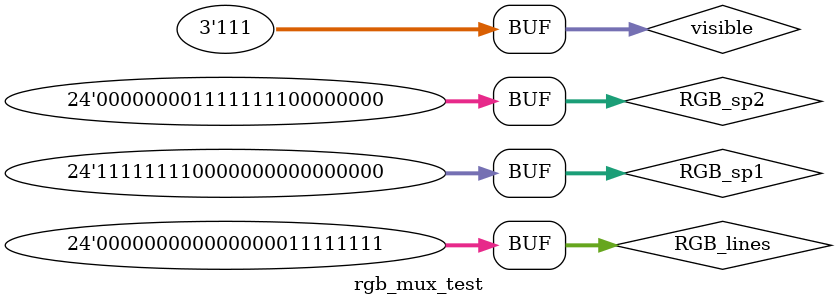
<source format=sv>
module rgb_mux_test;

logic [2:0] visible;
logic [23:0] RGB_sp1, RGB_sp2, RGB_lines;
logic [23:0] RGB;

assign RGB_sp1 = 24'hff0000;
assign RGB_sp2 = 24'h00ff00;
assign RGB_lines = 24'h0000ff;

rgb_mux DUT(visible, RGB_sp1, RGB_sp2, RGB_lines, RGB);

always
begin
	#10 visible = 3'b000;
	#1 $display("visible = %b, RGB_sp1 = %h, RGB_sp2 = %h, RGB_lines = %h, RGB = %h", visible, RGB_sp1, RGB_sp2, RGB_lines, RGB);
	#10 visible = 3'b001;
	#1 $display("visible = %b, RGB_sp1 = %h, RGB_sp2 = %h, RGB_lines = %h, RGB = %h", visible, RGB_sp1, RGB_sp2, RGB_lines, RGB);
	#10 visible = 3'b010;
	#1 $display("visible = %b, RGB_sp1 = %h, RGB_sp2 = %h, RGB_lines = %h, RGB = %h", visible, RGB_sp1, RGB_sp2, RGB_lines, RGB);
	#10 visible = 3'b011;
	#1 $display("visible = %b, RGB_sp1 = %h, RGB_sp2 = %h, RGB_lines = %h, RGB = %h", visible, RGB_sp1, RGB_sp2, RGB_lines, RGB);
	#10 visible = 3'b100;
	#1 $display("visible = %b, RGB_sp1 = %h, RGB_sp2 = %h, RGB_lines = %h, RGB = %h", visible, RGB_sp1, RGB_sp2, RGB_lines, RGB);
	#10 visible = 3'b101;
	#1 $display("visible = %b, RGB_sp1 = %h, RGB_sp2 = %h, RGB_lines = %h, RGB = %h", visible, RGB_sp1, RGB_sp2, RGB_lines, RGB);
	#10 visible = 3'b110;
	#1 $display("visible = %b, RGB_sp1 = %h, RGB_sp2 = %h, RGB_lines = %h, RGB = %h", visible, RGB_sp1, RGB_sp2, RGB_lines, RGB);
	#10 visible = 3'b111;
	#1 $display("visible = %b, RGB_sp1 = %h, RGB_sp2 = %h, RGB_lines = %h, RGB = %h", visible, RGB_sp1, RGB_sp2, RGB_lines, RGB);
end

endmodule // rgb_mux_test

</source>
